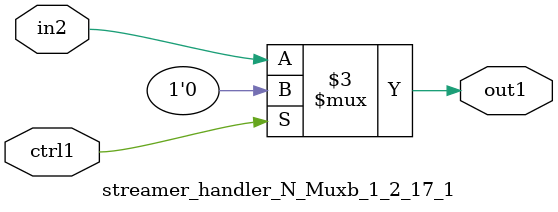
<source format=v>

`timescale 1ps / 1ps


module streamer_handler_N_Muxb_1_2_17_1( in2, ctrl1, out1 );

    input in2;
    input ctrl1;
    output out1;
    reg out1;

    
    // rtl_process:streamer_handler_N_Muxb_1_2_17_1/streamer_handler_N_Muxb_1_2_17_1_thread_1
    always @*
      begin : streamer_handler_N_Muxb_1_2_17_1_thread_1
        case (ctrl1) 
          1'b1: 
            begin
              out1 = 1'b0;
            end
          default: 
            begin
              out1 = in2;
            end
        endcase
      end

endmodule


</source>
